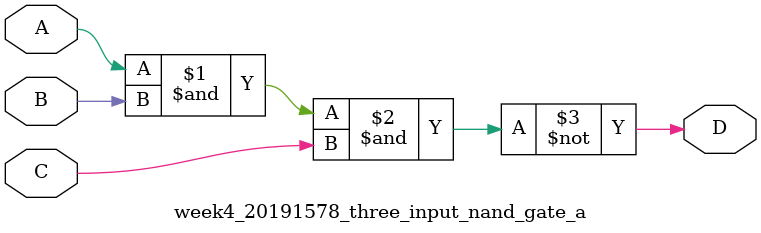
<source format=v>
`timescale 1ns / 1ps


module week4_20191578_three_input_nand_gate_a(
    input A,
    input B,
    input C,
    output D
    );
    assign D = ~(A&B&C);
endmodule

</source>
